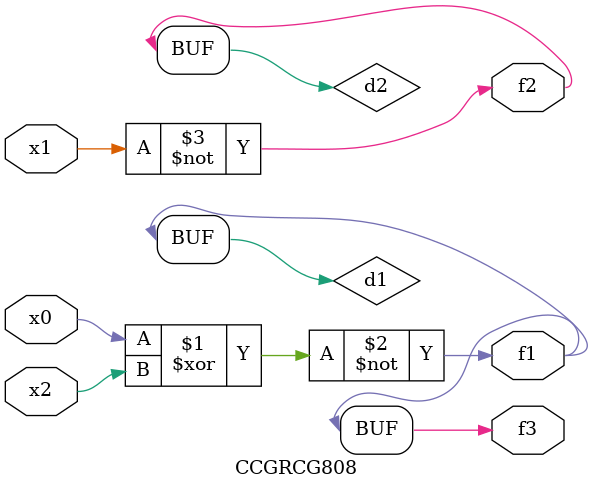
<source format=v>
module CCGRCG808(
	input x0, x1, x2,
	output f1, f2, f3
);

	wire d1, d2, d3;

	xnor (d1, x0, x2);
	nand (d2, x1);
	nor (d3, x1, x2);
	assign f1 = d1;
	assign f2 = d2;
	assign f3 = d1;
endmodule

</source>
